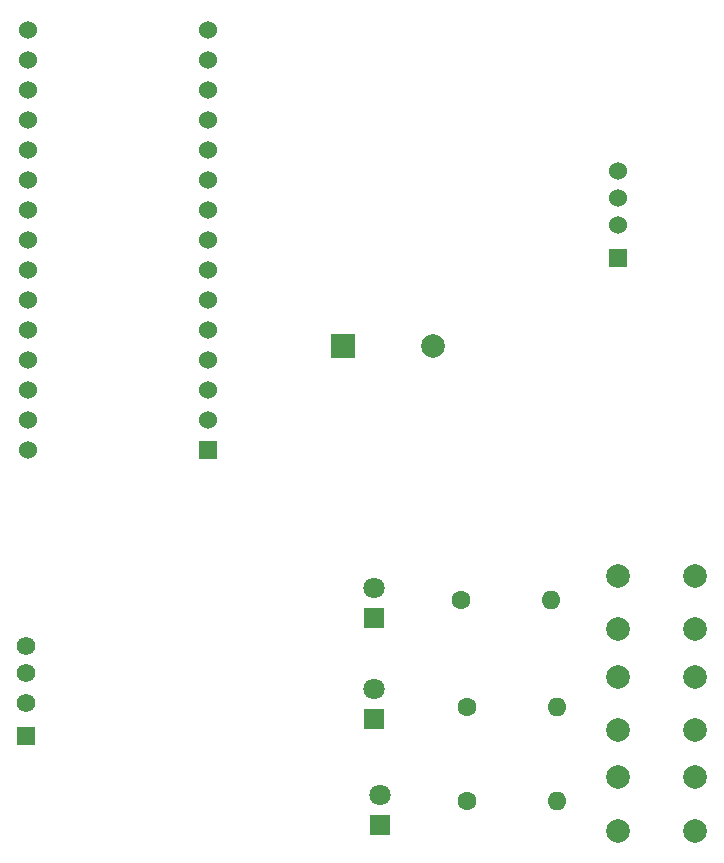
<source format=gbr>
%TF.GenerationSoftware,KiCad,Pcbnew,8.0.7*%
%TF.CreationDate,2024-12-24T10:01:26+05:30*%
%TF.ProjectId,task1,7461736b-312e-46b6-9963-61645f706362,rev?*%
%TF.SameCoordinates,Original*%
%TF.FileFunction,Soldermask,Top*%
%TF.FilePolarity,Negative*%
%FSLAX46Y46*%
G04 Gerber Fmt 4.6, Leading zero omitted, Abs format (unit mm)*
G04 Created by KiCad (PCBNEW 8.0.7) date 2024-12-24 10:01:26*
%MOMM*%
%LPD*%
G01*
G04 APERTURE LIST*
%ADD10R,1.800000X1.800000*%
%ADD11C,1.800000*%
%ADD12C,1.600000*%
%ADD13O,1.600000X1.600000*%
%ADD14C,2.000000*%
%ADD15R,1.524000X1.524000*%
%ADD16C,1.524000*%
%ADD17R,2.000000X2.000000*%
%ADD18R,1.560000X1.560000*%
%ADD19C,1.560000*%
G04 APERTURE END LIST*
D10*
%TO.C,D1*%
X169815000Y-133550000D03*
D11*
X169815000Y-131010000D03*
%TD*%
D10*
%TO.C,D2*%
X169315000Y-124540000D03*
D11*
X169315000Y-122000000D03*
%TD*%
D12*
%TO.C,R1*%
X177190000Y-131500000D03*
D13*
X184810000Y-131500000D03*
%TD*%
D14*
%TO.C,SW2*%
X190000000Y-120950000D03*
X196500000Y-120950000D03*
X190000000Y-125450000D03*
X196500000Y-125450000D03*
%TD*%
D15*
%TO.C,U2*%
X190000000Y-85500000D03*
D16*
X190000000Y-82706000D03*
X190000000Y-80420000D03*
X190000000Y-78134000D03*
%TD*%
D12*
%TO.C,R3*%
X176690000Y-114500000D03*
D13*
X184310000Y-114500000D03*
%TD*%
D14*
%TO.C,SW3*%
X190000000Y-129500000D03*
X196500000Y-129500000D03*
X190000000Y-134000000D03*
X196500000Y-134000000D03*
%TD*%
D17*
%TO.C,BZ1*%
X166700000Y-93000000D03*
D14*
X174300000Y-93000000D03*
%TD*%
D15*
%TO.C,arduino_nano1*%
X155240000Y-101740000D03*
D16*
X155240000Y-99200000D03*
X155240000Y-96660000D03*
X155240000Y-94120000D03*
X155240000Y-91580000D03*
X155240000Y-89040000D03*
X155240000Y-86500000D03*
X155240000Y-83960000D03*
X155240000Y-81420000D03*
X155240000Y-78880000D03*
X155240000Y-76340000D03*
X155240000Y-73800000D03*
X155240000Y-71260000D03*
X155240000Y-68720000D03*
X155240000Y-66180000D03*
X140000000Y-66180000D03*
X140000000Y-68720000D03*
X140000000Y-71260000D03*
X140000000Y-73800000D03*
X140000000Y-76340000D03*
X140000000Y-78880000D03*
X140000000Y-81420000D03*
X140000000Y-83960000D03*
X140000000Y-86500000D03*
X140000000Y-89040000D03*
X140000000Y-91580000D03*
X140000000Y-94120000D03*
X140000000Y-96660000D03*
X140000000Y-99200000D03*
X140000000Y-101740000D03*
%TD*%
D18*
%TO.C,U1*%
X139894000Y-125986000D03*
D19*
X139894000Y-123192000D03*
X139894000Y-120652000D03*
X139894000Y-118366000D03*
%TD*%
D10*
%TO.C,D3*%
X169315000Y-116030000D03*
D11*
X169315000Y-113490000D03*
%TD*%
D12*
%TO.C,R2*%
X177190000Y-123500000D03*
D13*
X184810000Y-123500000D03*
%TD*%
D14*
%TO.C,SW1*%
X190000000Y-112400000D03*
X196500000Y-112400000D03*
X190000000Y-116900000D03*
X196500000Y-116900000D03*
%TD*%
M02*

</source>
